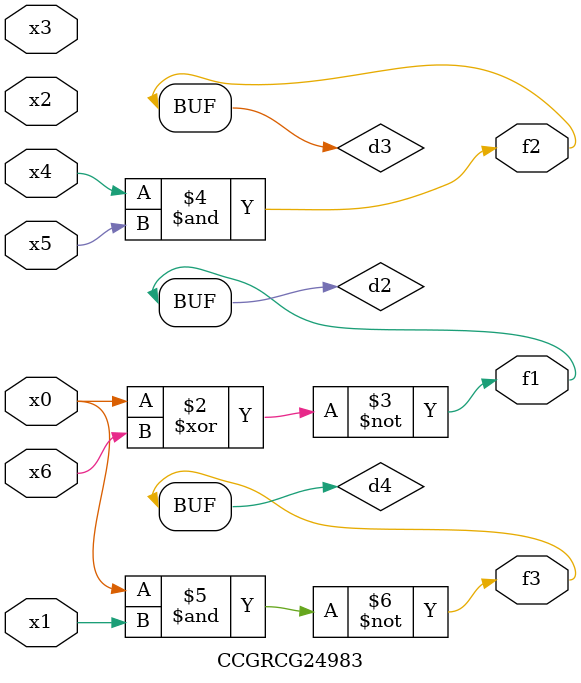
<source format=v>
module CCGRCG24983(
	input x0, x1, x2, x3, x4, x5, x6,
	output f1, f2, f3
);

	wire d1, d2, d3, d4;

	nor (d1, x0);
	xnor (d2, x0, x6);
	and (d3, x4, x5);
	nand (d4, x0, x1);
	assign f1 = d2;
	assign f2 = d3;
	assign f3 = d4;
endmodule

</source>
